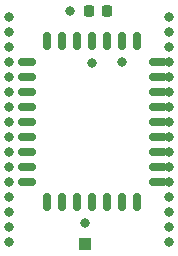
<source format=gbr>
G04 #@! TF.GenerationSoftware,KiCad,Pcbnew,(6.0.1-0)*
G04 #@! TF.CreationDate,2022-03-14T10:45:46-04:00*
G04 #@! TF.ProjectId,MBC1-PLCC32,4d424331-2d50-44c4-9343-33322e6b6963,rev?*
G04 #@! TF.SameCoordinates,Original*
G04 #@! TF.FileFunction,Soldermask,Top*
G04 #@! TF.FilePolarity,Negative*
%FSLAX46Y46*%
G04 Gerber Fmt 4.6, Leading zero omitted, Abs format (unit mm)*
G04 Created by KiCad (PCBNEW (6.0.1-0)) date 2022-03-14 10:45:46*
%MOMM*%
%LPD*%
G01*
G04 APERTURE LIST*
G04 Aperture macros list*
%AMRoundRect*
0 Rectangle with rounded corners*
0 $1 Rounding radius*
0 $2 $3 $4 $5 $6 $7 $8 $9 X,Y pos of 4 corners*
0 Add a 4 corners polygon primitive as box body*
4,1,4,$2,$3,$4,$5,$6,$7,$8,$9,$2,$3,0*
0 Add four circle primitives for the rounded corners*
1,1,$1+$1,$2,$3*
1,1,$1+$1,$4,$5*
1,1,$1+$1,$6,$7*
1,1,$1+$1,$8,$9*
0 Add four rect primitives between the rounded corners*
20,1,$1+$1,$2,$3,$4,$5,0*
20,1,$1+$1,$4,$5,$6,$7,0*
20,1,$1+$1,$6,$7,$8,$9,0*
20,1,$1+$1,$8,$9,$2,$3,0*%
G04 Aperture macros list end*
%ADD10RoundRect,0.150000X-0.150000X-0.587500X0.150000X-0.587500X0.150000X0.587500X-0.150000X0.587500X0*%
%ADD11RoundRect,0.150000X-0.587500X-0.150000X0.587500X-0.150000X0.587500X0.150000X-0.587500X0.150000X0*%
%ADD12R,1.000000X1.000000*%
%ADD13RoundRect,0.225000X-0.225000X-0.250000X0.225000X-0.250000X0.225000X0.250000X-0.225000X0.250000X0*%
%ADD14C,0.800000*%
G04 APERTURE END LIST*
D10*
G04 #@! TO.C,U1*
X112900000Y-51342500D03*
X111630000Y-51342500D03*
X110360000Y-51342500D03*
X109090000Y-51342500D03*
D11*
X107337500Y-53100000D03*
X107337500Y-54370000D03*
X107337500Y-55640000D03*
X107337500Y-56910000D03*
X107337500Y-58180000D03*
X107337500Y-59450000D03*
X107337500Y-60720000D03*
X107337500Y-61990000D03*
X107337500Y-63260000D03*
D10*
X109090000Y-65017500D03*
X110360000Y-65017500D03*
X111630000Y-65017500D03*
X112900000Y-65017500D03*
X114170000Y-65017500D03*
X115440000Y-65017500D03*
X116710000Y-65017500D03*
D11*
X118462500Y-63260000D03*
X118462500Y-61990000D03*
X118462500Y-60720000D03*
X118462500Y-59450000D03*
X118462500Y-58180000D03*
X118462500Y-56910000D03*
X118462500Y-55640000D03*
X118462500Y-54370000D03*
X118462500Y-53100000D03*
D10*
X116710000Y-51342500D03*
X115440000Y-51342500D03*
X114170000Y-51342500D03*
G04 #@! TD*
D12*
G04 #@! TO.C,REF\u002A\u002A*
X112260000Y-68550000D03*
G04 #@! TD*
D13*
G04 #@! TO.C,R1*
X112585000Y-48850000D03*
X114135000Y-48850000D03*
G04 #@! TD*
D14*
X119400000Y-49300000D03*
X119400000Y-50570000D03*
X112900000Y-53200000D03*
X119400000Y-51840000D03*
X119400000Y-53110000D03*
X119400000Y-54380000D03*
X119400000Y-55650000D03*
X119400000Y-56920000D03*
X119400000Y-58190000D03*
X119400000Y-59460000D03*
X119400000Y-60730000D03*
X119400000Y-62000000D03*
X119400000Y-63270000D03*
X119400000Y-64540000D03*
X119400000Y-65810000D03*
X119400000Y-67080000D03*
X119400000Y-68350000D03*
X105850000Y-68350000D03*
X105850000Y-67080000D03*
X105850000Y-65810000D03*
X105850000Y-64540000D03*
X105850000Y-63270000D03*
X105850000Y-62000000D03*
X105850000Y-60730000D03*
X105850000Y-59460000D03*
X105850000Y-58190000D03*
X105850000Y-56920000D03*
X105850000Y-55650000D03*
X105850000Y-54380000D03*
X105850000Y-53110000D03*
X105850000Y-51840000D03*
X105850000Y-50570000D03*
X105850000Y-49300000D03*
X115400000Y-53150000D03*
X112250000Y-66800000D03*
X111050000Y-48810000D03*
M02*

</source>
